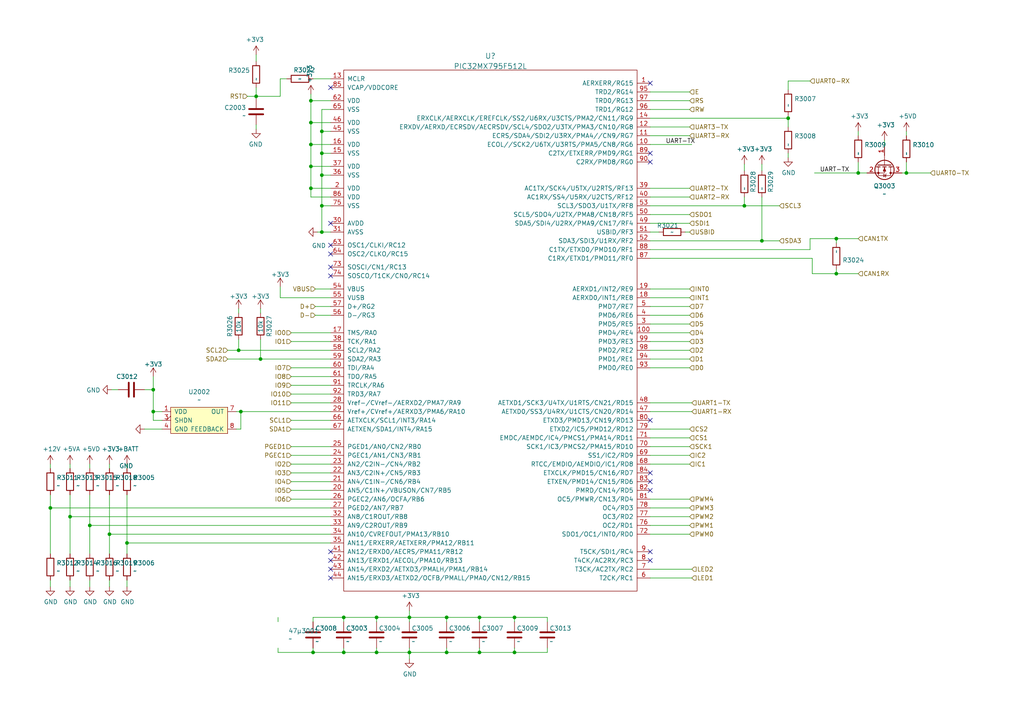
<source format=kicad_sch>
(kicad_sch (version 20211123) (generator eeschema)
  (paper "A4")
  (lib_symbols
    (symbol "CEN-SCHEMA:PIC32MX795F512L" (pin_names (offset 1.016))
      (property "Reference" "U" (at 6.35 6.35 0))
      (property "Value" "PIC32MX795F512L" (at 62.23 6.35 0))
      (symbol "PIC32MX795F512L_0_1"
        (rectangle (start 3.81 3.81) (end 88.9 -147.32))
      )
      (symbol "PIC32MX795F512L_1_1"
        (pin input line (at 92.71 0 180) (length 3.81) (name "AERXERR/RG15") (number "1"))
        (pin input line (at 92.71 -17.78 180) (length 3.81) (name "ECOL//SCK2/U6TX/U3RTS/PMA5/CN8/RG6") (number "10"))
        (pin input line (at 92.71 -72.39 180) (length 3.81) (name "PMD4/RE4") (number "100"))
        (pin input line (at 92.71 -15.24 180) (length 3.81) (name "ECRS/SDA4/SDI2/U3RX/PMA4//CN9/RG7") (number "11"))
        (pin input line (at 92.71 -12.7 180) (length 3.81) (name "ERXDV/AERXD/ECRSDV/AECRSDV/SCL4/SDO2/U3TX/PMA3/CN10/RG8") (number "12"))
        (pin input line (at 0 1.27 0) (length 3.81) (name "MCLR") (number "13"))
        (pin input line (at 92.71 -10.16 180) (length 3.81) (name "ERXCLK/AERXCLK/EREFCLK/SS2/U6RX/U3CTS/PMA2/CN11/RG9") (number "14"))
        (pin input line (at 0 -20.32 0) (length 3.81) (name "VSS") (number "15"))
        (pin input line (at 0 -17.78 0) (length 3.81) (name "VDD") (number "16"))
        (pin input line (at 0 -72.39 0) (length 3.81) (name "TMS/RA0") (number "17"))
        (pin input line (at 92.71 -62.23 180) (length 3.81) (name "AERXD0/INT1/RE8") (number "18"))
        (pin input line (at 92.71 -59.69 180) (length 3.81) (name "AERXD1/INT2/RE9") (number "19"))
        (pin input line (at 0 -30.48 0) (length 3.81) (name "VDD") (number "2"))
        (pin input line (at 0 -118.11 0) (length 3.81) (name "AN5/C1IN+/VBUSON/CN7/RB5") (number "20"))
        (pin input line (at 0 -115.57 0) (length 3.81) (name "AN4/C1IN-/CN6/RB4") (number "21"))
        (pin input line (at 0 -113.03 0) (length 3.81) (name "AN3/C2IN+/CN5/RB3") (number "22"))
        (pin input line (at 0 -110.49 0) (length 3.81) (name "AN2/C2IN-/CN4/RB2") (number "23"))
        (pin input line (at 0 -107.95 0) (length 3.81) (name "PGEC1/AN1/CN3/RB1") (number "24"))
        (pin input line (at 0 -105.41 0) (length 3.81) (name "PGED1/AN0/CN2/RB0") (number "25"))
        (pin input line (at 0 -120.65 0) (length 3.81) (name "PGEC2/AN6/OCFA/RB6") (number "26"))
        (pin input line (at 0 -123.19 0) (length 3.81) (name "PGED2/AN7/RB7") (number "27"))
        (pin input line (at 0 -92.71 0) (length 3.81) (name "Vref-/CVref-/AERXD2/PMA7/RA9") (number "28"))
        (pin input line (at 0 -95.25 0) (length 3.81) (name "Vref+/CVref+/AERXD3/PMA6/RA10") (number "29"))
        (pin input line (at 92.71 -69.85 180) (length 3.81) (name "PMD5/RE5") (number "3"))
        (pin input line (at 0 -40.64 0) (length 3.81) (name "AVDD") (number "30"))
        (pin input line (at 0 -43.18 0) (length 3.81) (name "AVSS") (number "31"))
        (pin input line (at 0 -125.73 0) (length 3.81) (name "AN8/C1ROUT/RB8") (number "32"))
        (pin input line (at 0 -128.27 0) (length 3.81) (name "AN9/C2ROUT/RB9") (number "33"))
        (pin input line (at 0 -130.81 0) (length 3.81) (name "AN10/CVREFOUT/PMA13/RB10") (number "34"))
        (pin input line (at 0 -133.35 0) (length 3.81) (name "AN11/ERXERR/AETXERR/PMA12/RB11") (number "35"))
        (pin input line (at 0 -26.67 0) (length 3.81) (name "VSS") (number "36"))
        (pin input line (at 0 -24.13 0) (length 3.81) (name "VDD") (number "37"))
        (pin input line (at 0 -74.93 0) (length 3.81) (name "TCK/RA1") (number "38"))
        (pin input line (at 92.71 -30.48 180) (length 3.81) (name "AC1TX/SCK4/U5TX/U2RTS/RF13") (number "39"))
        (pin input line (at 92.71 -67.31 180) (length 3.81) (name "PMD6/RE6") (number "4"))
        (pin input line (at 92.71 -33.02 180) (length 3.81) (name "AC1RX/SS4/U5RX/U2CTS/RF12") (number "40"))
        (pin input line (at 0 -135.89 0) (length 3.81) (name "AN12/ERXD0/AECRS/PMA11/RB12") (number "41"))
        (pin input line (at 0 -138.43 0) (length 3.81) (name "AN13/ERXD1/AECOL/PMA10/RB13") (number "42"))
        (pin input line (at 0 -140.97 0) (length 3.81) (name "AN14/ERXD2/AETXD3/PMALH/PMA1/RB14") (number "43"))
        (pin input line (at 0 -143.51 0) (length 3.81) (name "AN15/ERXD3/AETXD2/OCFB/PMALL/PMA0/CN12/RB15") (number "44"))
        (pin input line (at 0 -13.97 0) (length 3.81) (name "VSS") (number "45"))
        (pin input line (at 0 -11.43 0) (length 3.81) (name "VDD") (number "46"))
        (pin input line (at 92.71 -95.25 180) (length 3.81) (name "AETXD0/SS3/U4RX/U1CTS/CN20/RD14") (number "47"))
        (pin input line (at 92.71 -92.71 180) (length 3.81) (name "AETXD1/SCK3/U4TX/U1RTS/CN21/RD15") (number "48"))
        (pin input line (at 92.71 -40.64 180) (length 3.81) (name "SDA5/SDI4/U2RX/PMA9/CN17/RF4") (number "49"))
        (pin input line (at 92.71 -64.77 180) (length 3.81) (name "PMD7/RE7") (number "5"))
        (pin input line (at 92.71 -38.1 180) (length 3.81) (name "SCL5/SDO4/U2TX/PMA8/CN18/RF5") (number "50"))
        (pin input line (at 92.71 -43.18 180) (length 3.81) (name "USBID/RF3") (number "51"))
        (pin input line (at 92.71 -45.72 180) (length 3.81) (name "SDA3/SDI3/U1RX/RF2") (number "52"))
        (pin input line (at 92.71 -35.56 180) (length 3.81) (name "SCL3/SDO3/U1TX/RF8") (number "53"))
        (pin input line (at 0 -59.69 0) (length 3.81) (name "VBUS") (number "54"))
        (pin input line (at 0 -62.23 0) (length 3.81) (name "VUSB") (number "55"))
        (pin input line (at 0 -67.31 0) (length 3.81) (name "D-/RG3") (number "56"))
        (pin input line (at 0 -64.77 0) (length 3.81) (name "D+/RG2") (number "57"))
        (pin input line (at 0 -77.47 0) (length 3.81) (name "SCL2/RA2") (number "58"))
        (pin input line (at 0 -80.01 0) (length 3.81) (name "SDA2/RA3") (number "59"))
        (pin input line (at 92.71 -143.51 180) (length 3.81) (name "T2CK/RC1") (number "6"))
        (pin input line (at 0 -82.55 0) (length 3.81) (name "TDI/RA4") (number "60"))
        (pin input line (at 0 -85.09 0) (length 3.81) (name "TDO/RA5") (number "61"))
        (pin input line (at 0 -5.08 0) (length 3.81) (name "VDD") (number "62"))
        (pin input line (at 0 -46.99 0) (length 3.81) (name "OSC1/CLKI/RC12") (number "63"))
        (pin input line (at 0 -49.53 0) (length 3.81) (name "OSC2/CLKO/RC15") (number "64"))
        (pin input line (at 0 -7.62 0) (length 3.81) (name "VSS") (number "65"))
        (pin input line (at 0 -97.79 0) (length 3.81) (name "AETXCLK/SCL1/INT3/RA14") (number "66"))
        (pin input line (at 0 -100.33 0) (length 3.81) (name "AETXEN/SDA1/INT4/RA15") (number "67"))
        (pin input line (at 92.71 -110.49 180) (length 3.81) (name "RTCC/EMDIO/AEMDIO/IC1/RD8") (number "68"))
        (pin input line (at 92.71 -107.95 180) (length 3.81) (name "SS1/IC2/RD9") (number "69"))
        (pin input line (at 92.71 -140.97 180) (length 3.81) (name "T3CK/AC2TX/RC2") (number "7"))
        (pin input line (at 92.71 -105.41 180) (length 3.81) (name "SCK1/IC3/PMCS2/PMA15/RD10") (number "70"))
        (pin input line (at 92.71 -102.87 180) (length 3.81) (name "EMDC/AEMDC/IC4/PMCS1/PMA14/RD11") (number "71"))
        (pin input line (at 92.71 -130.81 180) (length 3.81) (name "SDO1/OC1/INT0/RD0") (number "72"))
        (pin input line (at 0 -53.34 0) (length 3.81) (name "SOSCI/CN1/RC13") (number "73"))
        (pin input line (at 0 -55.88 0) (length 3.81) (name "SOSCO/T1CK/CN0/RC14") (number "74"))
        (pin input line (at 0 -35.56 0) (length 3.81) (name "VSS") (number "75"))
        (pin input line (at 92.71 -128.27 180) (length 3.81) (name "OC2/RD1") (number "76"))
        (pin input line (at 92.71 -125.73 180) (length 3.81) (name "OC3/RD2") (number "77"))
        (pin input line (at 92.71 -123.19 180) (length 3.81) (name "OC4/RD3") (number "78"))
        (pin input line (at 92.71 -100.33 180) (length 3.81) (name "ETXD2/IC5/PMD12/RD12") (number "79"))
        (pin input line (at 92.71 -138.43 180) (length 3.81) (name "T4CK/AC2RX/RC3") (number "8"))
        (pin input line (at 92.71 -97.79 180) (length 3.81) (name "ETXD3/PMD13/CN19/RD13") (number "80"))
        (pin input line (at 92.71 -120.65 180) (length 3.81) (name "OC5/PMWR/CN13/RD4") (number "81"))
        (pin input line (at 92.71 -118.11 180) (length 3.81) (name "PMRD/CN14/RD5") (number "82"))
        (pin input line (at 92.71 -115.57 180) (length 3.81) (name "ETXEN/PMD14/CN15/RD6") (number "83"))
        (pin input line (at 92.71 -113.03 180) (length 3.81) (name "ETXCLK/PMD15/CN16/RD7") (number "84"))
        (pin input line (at 0 -1.27 0) (length 3.81) (name "VCAP/VDDCORE") (number "85"))
        (pin input line (at 0 -33.02 0) (length 3.81) (name "VDD") (number "86"))
        (pin input line (at 92.71 -50.8 180) (length 3.81) (name "C1RX/ETXD1/PMD11/RF0") (number "87"))
        (pin input line (at 92.71 -48.26 180) (length 3.81) (name "C1TX/ETXD0/PMD10/RF1") (number "88"))
        (pin input line (at 92.71 -20.32 180) (length 3.81) (name "C2TX/ETXERR/PMD9/RG1") (number "89"))
        (pin input line (at 92.71 -135.89 180) (length 3.81) (name "T5CK/SDI1/RC4") (number "9"))
        (pin input line (at 92.71 -22.86 180) (length 3.81) (name "C2RX/PMD8/RG0") (number "90"))
        (pin input line (at 0 -87.63 0) (length 3.81) (name "TRCLK/RA6") (number "91"))
        (pin input line (at 0 -90.17 0) (length 3.81) (name "TRD3/RA7") (number "92"))
        (pin input line (at 92.71 -82.55 180) (length 3.81) (name "PMD0/RE0") (number "93"))
        (pin input line (at 92.71 -80.01 180) (length 3.81) (name "PMD1/RE1") (number "94"))
        (pin input line (at 92.71 -2.54 180) (length 3.81) (name "TRD2/RG14") (number "95"))
        (pin input line (at 92.71 -7.62 180) (length 3.81) (name "TRD1/RG12") (number "96"))
        (pin input line (at 92.71 -5.08 180) (length 3.81) (name "TRD0/RG13") (number "97"))
        (pin input line (at 92.71 -77.47 180) (length 3.81) (name "PMD2/RE2") (number "98"))
        (pin input line (at 92.71 -74.93 180) (length 3.81) (name "PMD3/RE3") (number "99"))
      )
    )
    (symbol "Device:C" (pin_numbers hide) (pin_names (offset 0.254))
      (property "Reference" "C" (at 0.635 2.54 0))
      (property "Value" "C" (at 0.635 -2.54 0))
      (symbol "C_0_1"
        (polyline (pts (xy -2.032 -0.762) (xy 2.032 -0.762)) (stroke (width 0.508)))
        (polyline (pts (xy -2.032 0.762) (xy 2.032 0.762)) (stroke (width 0.508)))
      )
      (symbol "C_1_1"
        (pin passive line (at 0 3.81 270) (length 2.794) (name "~") (number "1"))
        (pin passive line (at 0 -3.81 90) (length 2.794) (name "~") (number "2"))
      )
    )
    (symbol "Device:R" (pin_numbers hide) (pin_names (offset 0))
      (property "Reference" "R" (at 2.032 0 90))
      (property "Value" "R" (at 0 0 90))
      (symbol "R_0_1"
        (rectangle (start -1.016 -2.54) (end 1.016 2.54) (stroke (width 0.254)))
      )
      (symbol "R_1_1"
        (pin passive line (at 0 3.81 270) (length 1.27) (name "~") (number "1"))
        (pin passive line (at 0 -3.81 90) (length 1.27) (name "~") (number "2"))
      )
    )
    (symbol "PIC32MZ_EF_100-rescue:MCP1501-CEN-SCHEMA" (pin_names (offset 1.016))
      (property "Reference" "U" (at -6.35 6.35 0))
      (property "Value" "MCP1501-CEN-SCHEMA" (at -6.35 6.35 0))
      (symbol "MCP1501-CEN-SCHEMA_0_1"
        (rectangle (start -8.89 3.81) (end 7.62 -3.81) (fill (type background)))
      )
      (symbol "MCP1501-CEN-SCHEMA_1_1"
        (pin input line (at -11.43 2.54 0) (length 2.54) (name "VDD") (number "1"))
        (pin input output_low (at -11.43 0 0) (length 2.54) (name "SHDN") (number "3"))
        (pin input line (at -11.43 -2.54 0) (length 2.54) (name "GND") (number "4"))
        (pin input line (at -11.43 -2.54 0) (length 2.54) hide (name "GND") (number "5"))
        (pin input line (at -11.43 -2.54 0) (length 2.54) hide (name "GND") (number "6"))
        (pin input line (at 10.16 2.54 180) (length 2.54) (name "OUT") (number "7"))
        (pin input line (at 10.16 -2.54 180) (length 2.54) (name "FEEDBACK") (number "8"))
      )
    )
    (symbol "Transistor_FET:2N7002" (pin_names hide)
      (property "Reference" "Q" (at 5.08 1.905 0))
      (property "Value" "2N7002" (at 5.08 0 0))
      (symbol "2N7002_0_1"
        (polyline (pts (xy 0.254 0) (xy -2.54 0)))
        (polyline (pts (xy 0.254 1.905) (xy 0.254 -1.905)) (stroke (width 0.254)))
        (polyline (pts (xy 0.762 -1.27) (xy 0.762 -2.286)) (stroke (width 0.254)))
        (polyline (pts (xy 0.762 0.508) (xy 0.762 -0.508)) (stroke (width 0.254)))
        (polyline (pts (xy 0.762 2.286) (xy 0.762 1.27)) (stroke (width 0.254)))
        (polyline (pts (xy 2.54 2.54) (xy 2.54 1.778)))
        (polyline (pts (xy 2.54 -2.54) (xy 2.54 0) (xy 0.762 0)))
        (polyline (pts (xy 0.762 -1.778) (xy 3.302 -1.778) (xy 3.302 1.778) (xy 0.762 1.778)))
        (polyline (pts (xy 1.016 0) (xy 2.032 0.381) (xy 2.032 -0.381) (xy 1.016 0)) (fill (type outline)))
        (polyline (pts (xy 2.794 0.508) (xy 2.921 0.381) (xy 3.683 0.381) (xy 3.81 0.254)))
        (polyline (pts (xy 3.302 0.381) (xy 2.921 -0.254) (xy 3.683 -0.254) (xy 3.302 0.381)))
        (circle (center 1.651 0) (radius 2.794) (stroke (width 0.254)))
        (circle (center 2.54 -1.778) (radius 0.254) (fill (type outline)))
        (circle (center 2.54 1.778) (radius 0.254) (fill (type outline)))
      )
      (symbol "2N7002_1_1"
        (pin input line (at -5.08 0 0) (length 2.54) (name "G") (number "1"))
        (pin passive line (at 2.54 -5.08 90) (length 2.54) (name "S") (number "2"))
        (pin passive line (at 2.54 5.08 270) (length 2.54) (name "D") (number "3"))
      )
    )
    (symbol "power:+12V" (power) (pin_names (offset 0))
      (property "Value" "+12V" (at 0 3.556 0))
      (symbol "+12V_0_1"
        (polyline (pts (xy -0.762 1.27) (xy 0 2.54)))
        (polyline (pts (xy 0 0) (xy 0 2.54)))
        (polyline (pts (xy 0 2.54) (xy 0.762 1.27)))
      )
      (symbol "+12V_1_1"
        (pin power_in line (at 0 0 90) (length 0) hide (name "+12V") (number "1"))
      )
    )
    (symbol "power:+3.3V" (power) (pin_names (offset 0))
      (property "Value" "+3.3V" (at 0 3.556 0))
      (symbol "+3.3V_0_1"
        (polyline (pts (xy -0.762 1.27) (xy 0 2.54)))
        (polyline (pts (xy 0 0) (xy 0 2.54)))
        (polyline (pts (xy 0 2.54) (xy 0.762 1.27)))
      )
      (symbol "+3.3V_1_1"
        (pin power_in line (at 0 0 90) (length 0) hide (name "+3V3") (number "1"))
      )
    )
    (symbol "power:+5VA" (power) (pin_names (offset 0))
      (property "Value" "+5VA" (at 0 3.556 0))
      (symbol "+5VA_0_1"
        (polyline (pts (xy -0.762 1.27) (xy 0 2.54)))
        (polyline (pts (xy 0 0) (xy 0 2.54)))
        (polyline (pts (xy 0 2.54) (xy 0.762 1.27)))
      )
      (symbol "+5VA_1_1"
        (pin power_in line (at 0 0 90) (length 0) hide (name "+5VA") (number "1"))
      )
    )
    (symbol "power:+5VD" (power) (pin_names (offset 0))
      (property "Value" "+5VD" (at 0 3.556 0))
      (symbol "+5VD_0_1"
        (polyline (pts (xy -0.762 1.27) (xy 0 2.54)))
        (polyline (pts (xy 0 0) (xy 0 2.54)))
        (polyline (pts (xy 0 2.54) (xy 0.762 1.27)))
      )
      (symbol "+5VD_1_1"
        (pin power_in line (at 0 0 90) (length 0) hide (name "+5VD") (number "1"))
      )
    )
    (symbol "power:+BATT" (power) (pin_names (offset 0))
      (property "Value" "+BATT" (at 0 3.556 0))
      (symbol "+BATT_0_1"
        (polyline (pts (xy -0.762 1.27) (xy 0 2.54)))
        (polyline (pts (xy 0 0) (xy 0 2.54)))
        (polyline (pts (xy 0 2.54) (xy 0.762 1.27)))
      )
      (symbol "+BATT_1_1"
        (pin power_in line (at 0 0 90) (length 0) hide (name "+BATT") (number "1"))
      )
    )
    (symbol "power:GND" (power) (pin_names (offset 0))
      (property "Value" "GND" (at 0 -3.81 0))
      (symbol "GND_0_1"
        (polyline (pts (xy 0 0) (xy 0 -1.27) (xy 1.27 -1.27) (xy 0 -2.54) (xy -1.27 -1.27) (xy 0 -1.27)))
      )
      (symbol "GND_1_1"
        (pin power_in line (at 0 0 270) (length 0) hide (name "GND") (number "1"))
      )
    )
  )
  (junction (at 44.45 113.03))
  (junction (at 242.57 69.215))
  (junction (at 242.57 79.375))
  (junction (at 99.695 189.23))
  (junction (at 44.45 119.38))
  (junction (at 215.9 59.69))
  (junction (at 90.17 48.26))
  (junction (at 93.345 44.45))
  (junction (at 20.32 149.86))
  (junction (at 75.565 104.14))
  (junction (at 93.345 38.1))
  (junction (at 139.065 189.23))
  (junction (at 109.22 189.23))
  (junction (at 129.54 189.23))
  (junction (at 99.695 179.07))
  (junction (at 90.17 54.61))
  (junction (at 14.605 147.32))
  (junction (at 90.17 29.21))
  (junction (at 74.295 27.94))
  (junction (at 220.98 69.85))
  (junction (at 129.54 179.07))
  (junction (at 93.345 50.8))
  (junction (at 90.17 41.91))
  (junction (at 31.75 154.94))
  (junction (at 118.745 179.07))
  (junction (at 149.225 189.23))
  (junction (at 93.345 59.69))
  (junction (at 228.6 34.29))
  (junction (at 36.83 157.48))
  (junction (at 109.22 179.07))
  (junction (at 248.92 50.165))
  (junction (at 69.85 119.38))
  (junction (at 90.17 35.56))
  (junction (at 262.89 50.165))
  (junction (at 69.215 101.6))
  (junction (at 90.805 189.23))
  (junction (at 118.745 189.23))
  (junction (at 26.035 152.4))
  (junction (at 139.065 179.07))
  (junction (at 149.225 179.07))
  (junction (at 93.345 67.31))
  (no_connect (at 188.595 121.92))
  (no_connect (at 188.595 44.45))
  (no_connect (at 188.595 46.99))
  (no_connect (at 188.595 24.13))
  (no_connect (at 95.885 167.64))
  (no_connect (at 95.885 160.02))
  (no_connect (at 95.885 165.1))
  (no_connect (at 95.885 162.56))
  (no_connect (at 188.595 162.56))
  (no_connect (at 188.595 160.02))
  (no_connect (at 188.595 142.24))
  (no_connect (at 188.595 139.7))
  (no_connect (at 188.595 137.16))
  (no_connect (at 95.885 25.4))
  (no_connect (at 95.885 77.47))
  (no_connect (at 95.885 73.66))
  (no_connect (at 95.885 80.01))
  (no_connect (at 95.885 64.77))
  (no_connect (at 95.885 71.12))
  (wire (pts (xy 248.92 38.1) (xy 248.92 39.37)))
  (wire (pts (xy 228.6 44.45) (xy 228.6 45.72)))
  (wire (pts (xy 95.885 114.3) (xy 84.455 114.3)))
  (wire (pts (xy 81.28 22.86) (xy 83.185 22.86)))
  (wire (pts (xy 188.595 119.38) (xy 200.66 119.38)))
  (wire (pts (xy 95.885 88.9) (xy 91.44 88.9)))
  (wire (pts (xy 95.885 144.78) (xy 84.455 144.78)))
  (wire (pts (xy 95.885 137.16) (xy 84.455 137.16)))
  (wire (pts (xy 118.745 189.23) (xy 118.745 191.135)))
  (wire (pts (xy 200.025 147.32) (xy 188.595 147.32)))
  (wire (pts (xy 200.025 39.37) (xy 188.595 39.37)))
  (wire (pts (xy 234.95 69.215) (xy 242.57 69.215)))
  (wire (pts (xy 36.83 168.275) (xy 36.83 170.18)))
  (wire (pts (xy 188.595 132.08) (xy 200.025 132.08)))
  (wire (pts (xy 84.455 96.52) (xy 95.885 96.52)))
  (wire (pts (xy 158.75 179.07) (xy 158.75 180.34)))
  (wire (pts (xy 215.9 59.69) (xy 215.9 57.15)))
  (wire (pts (xy 149.225 179.07) (xy 158.75 179.07)))
  (wire (pts (xy 46.99 124.46) (xy 41.91 124.46)))
  (wire (pts (xy 200.025 101.6) (xy 188.595 101.6)))
  (wire (pts (xy 99.695 180.34) (xy 99.695 179.07)))
  (wire (pts (xy 69.85 119.38) (xy 69.85 124.46)))
  (wire (pts (xy 200.025 134.62) (xy 188.595 134.62)))
  (wire (pts (xy 26.035 168.275) (xy 26.035 170.18)))
  (wire (pts (xy 262.89 38.1) (xy 262.89 39.37)))
  (wire (pts (xy 188.595 72.39) (xy 234.95 72.39)))
  (wire (pts (xy 69.215 89.535) (xy 69.215 90.805)))
  (wire (pts (xy 139.065 179.07) (xy 139.065 180.34)))
  (wire (pts (xy 81.28 27.94) (xy 81.28 22.86)))
  (wire (pts (xy 95.885 48.26) (xy 90.17 48.26)))
  (wire (pts (xy 95.885 35.56) (xy 90.17 35.56)))
  (wire (pts (xy 242.57 70.485) (xy 242.57 69.215)))
  (wire (pts (xy 93.345 67.31) (xy 95.885 67.31)))
  (wire (pts (xy 93.345 44.45) (xy 93.345 50.8)))
  (wire (pts (xy 31.75 154.94) (xy 95.885 154.94)))
  (wire (pts (xy 188.595 93.98) (xy 200.025 93.98)))
  (wire (pts (xy 215.9 49.53) (xy 215.9 47.625)))
  (wire (pts (xy 200.025 96.52) (xy 188.595 96.52)))
  (wire (pts (xy 66.04 101.6) (xy 69.215 101.6)))
  (wire (pts (xy 74.295 27.94) (xy 74.295 28.575)))
  (wire (pts (xy 188.595 104.14) (xy 200.025 104.14)))
  (wire (pts (xy 220.98 69.85) (xy 220.98 57.15)))
  (wire (pts (xy 200.025 129.54) (xy 188.595 129.54)))
  (wire (pts (xy 81.28 83.185) (xy 81.28 86.36)))
  (wire (pts (xy 109.22 189.23) (xy 99.695 189.23)))
  (wire (pts (xy 129.54 187.96) (xy 129.54 189.23)))
  (wire (pts (xy 256.54 40.64) (xy 256.54 42.545)))
  (wire (pts (xy 188.595 74.93) (xy 235.585 74.93)))
  (wire (pts (xy 118.745 180.34) (xy 118.745 179.07)))
  (wire (pts (xy 90.805 189.23) (xy 80.645 189.23)))
  (wire (pts (xy 139.065 179.07) (xy 149.225 179.07)))
  (wire (pts (xy 95.885 54.61) (xy 90.17 54.61)))
  (wire (pts (xy 44.45 119.38) (xy 44.45 121.92)))
  (wire (pts (xy 95.885 129.54) (xy 84.455 129.54)))
  (wire (pts (xy 200.025 127) (xy 188.595 127)))
  (wire (pts (xy 93.345 50.8) (xy 93.345 59.69)))
  (wire (pts (xy 99.695 189.23) (xy 90.805 189.23)))
  (wire (pts (xy 95.885 50.8) (xy 93.345 50.8)))
  (wire (pts (xy 95.885 86.36) (xy 81.28 86.36)))
  (wire (pts (xy 74.295 25.4) (xy 74.295 27.94)))
  (wire (pts (xy 200.025 91.44) (xy 188.595 91.44)))
  (wire (pts (xy 20.32 168.275) (xy 20.32 170.18)))
  (wire (pts (xy 188.595 59.69) (xy 215.9 59.69)))
  (wire (pts (xy 93.345 59.69) (xy 93.345 67.31)))
  (wire (pts (xy 149.225 179.07) (xy 149.225 180.34)))
  (wire (pts (xy 262.89 50.165) (xy 262.89 46.99)))
  (wire (pts (xy 129.54 179.07) (xy 139.065 179.07)))
  (wire (pts (xy 118.745 187.96) (xy 118.745 189.23)))
  (wire (pts (xy 200.025 149.86) (xy 188.595 149.86)))
  (wire (pts (xy 20.32 135.89) (xy 20.32 134.62)))
  (wire (pts (xy 188.595 69.85) (xy 220.98 69.85)))
  (wire (pts (xy 93.345 31.75) (xy 95.885 31.75)))
  (wire (pts (xy 20.32 143.51) (xy 20.32 149.86)))
  (wire (pts (xy 188.595 116.84) (xy 200.66 116.84)))
  (wire (pts (xy 36.83 135.89) (xy 36.83 134.62)))
  (wire (pts (xy 139.065 187.96) (xy 139.065 189.23)))
  (wire (pts (xy 109.22 179.07) (xy 118.745 179.07)))
  (wire (pts (xy 262.89 50.165) (xy 269.875 50.165)))
  (wire (pts (xy 220.98 69.85) (xy 226.06 69.85)))
  (wire (pts (xy 75.565 89.535) (xy 75.565 90.805)))
  (wire (pts (xy 84.455 111.76) (xy 95.885 111.76)))
  (wire (pts (xy 31.75 154.94) (xy 31.75 160.655)))
  (wire (pts (xy 36.83 157.48) (xy 95.885 157.48)))
  (wire (pts (xy 95.885 22.86) (xy 90.805 22.86)))
  (wire (pts (xy 90.805 189.23) (xy 90.805 187.96)))
  (wire (pts (xy 90.17 48.26) (xy 90.17 54.61)))
  (wire (pts (xy 84.455 134.62) (xy 95.885 134.62)))
  (wire (pts (xy 74.295 27.94) (xy 71.755 27.94)))
  (wire (pts (xy 34.29 113.03) (xy 32.385 113.03)))
  (wire (pts (xy 90.17 29.21) (xy 90.17 35.56)))
  (wire (pts (xy 90.17 29.21) (xy 90.17 27.305)))
  (wire (pts (xy 75.565 104.14) (xy 95.885 104.14)))
  (wire (pts (xy 90.17 35.56) (xy 90.17 41.91)))
  (wire (pts (xy 188.595 36.83) (xy 200.025 36.83)))
  (wire (pts (xy 200.025 62.23) (xy 188.595 62.23)))
  (wire (pts (xy 95.885 124.46) (xy 84.455 124.46)))
  (wire (pts (xy 228.6 34.29) (xy 228.6 33.655)))
  (wire (pts (xy 188.595 83.82) (xy 200.025 83.82)))
  (wire (pts (xy 26.035 152.4) (xy 26.035 160.655)))
  (wire (pts (xy 200.66 165.1) (xy 188.595 165.1)))
  (wire (pts (xy 68.58 119.38) (xy 69.85 119.38)))
  (wire (pts (xy 188.595 26.67) (xy 200.025 26.67)))
  (wire (pts (xy 220.98 49.53) (xy 220.98 47.625)))
  (wire (pts (xy 234.95 23.495) (xy 228.6 23.495)))
  (wire (pts (xy 84.455 139.7) (xy 95.885 139.7)))
  (wire (pts (xy 242.57 79.375) (xy 248.92 79.375)))
  (wire (pts (xy 188.595 67.31) (xy 191.135 67.31)))
  (wire (pts (xy 41.91 113.03) (xy 44.45 113.03)))
  (wire (pts (xy 92.075 67.31) (xy 93.345 67.31)))
  (wire (pts (xy 84.455 121.92) (xy 95.885 121.92)))
  (wire (pts (xy 46.99 119.38) (xy 44.45 119.38)))
  (wire (pts (xy 84.455 132.08) (xy 95.885 132.08)))
  (wire (pts (xy 26.035 152.4) (xy 95.885 152.4)))
  (wire (pts (xy 74.295 27.94) (xy 81.28 27.94)))
  (wire (pts (xy 158.75 189.23) (xy 158.75 187.96)))
  (wire (pts (xy 139.065 189.23) (xy 149.225 189.23)))
  (wire (pts (xy 109.22 187.96) (xy 109.22 189.23)))
  (wire (pts (xy 149.225 189.23) (xy 149.225 187.96)))
  (wire (pts (xy 200.025 31.75) (xy 188.595 31.75)))
  (wire (pts (xy 200.025 29.21) (xy 188.595 29.21)))
  (wire (pts (xy 95.885 119.38) (xy 69.85 119.38)))
  (wire (pts (xy 200.66 41.91) (xy 188.595 41.91)))
  (wire (pts (xy 228.6 36.83) (xy 228.6 34.29)))
  (wire (pts (xy 188.595 88.9) (xy 200.025 88.9)))
  (wire (pts (xy 188.595 34.29) (xy 228.6 34.29)))
  (wire (pts (xy 31.75 143.51) (xy 31.75 154.94)))
  (wire (pts (xy 69.85 124.46) (xy 68.58 124.46)))
  (wire (pts (xy 200.025 154.94) (xy 188.595 154.94)))
  (wire (pts (xy 188.595 86.36) (xy 200.025 86.36)))
  (wire (pts (xy 235.585 74.93) (xy 235.585 79.375)))
  (wire (pts (xy 14.605 147.32) (xy 95.885 147.32)))
  (wire (pts (xy 95.885 41.91) (xy 90.17 41.91)))
  (wire (pts (xy 14.605 147.32) (xy 14.605 160.655)))
  (wire (pts (xy 118.745 179.07) (xy 129.54 179.07)))
  (wire (pts (xy 26.035 135.89) (xy 26.035 134.62)))
  (wire (pts (xy 36.83 143.51) (xy 36.83 157.48)))
  (wire (pts (xy 90.17 57.15) (xy 95.885 57.15)))
  (wire (pts (xy 200.025 106.68) (xy 188.595 106.68)))
  (wire (pts (xy 74.295 17.78) (xy 74.295 15.875)))
  (wire (pts (xy 118.745 179.07) (xy 118.745 177.165)))
  (wire (pts (xy 95.885 38.1) (xy 93.345 38.1)))
  (wire (pts (xy 84.455 116.84) (xy 95.885 116.84)))
  (wire (pts (xy 228.6 23.495) (xy 228.6 26.035)))
  (wire (pts (xy 129.54 189.23) (xy 118.745 189.23)))
  (wire (pts (xy 31.75 135.89) (xy 31.75 134.62)))
  (wire (pts (xy 198.755 67.31) (xy 200.025 67.31)))
  (wire (pts (xy 80.645 179.07) (xy 80.645 180.34)))
  (wire (pts (xy 80.645 189.23) (xy 80.645 187.96)))
  (wire (pts (xy 93.345 38.1) (xy 93.345 44.45)))
  (wire (pts (xy 20.32 149.86) (xy 20.32 160.655)))
  (wire (pts (xy 188.595 54.61) (xy 200.025 54.61)))
  (wire (pts (xy 188.595 64.77) (xy 200.025 64.77)))
  (wire (pts (xy 188.595 124.46) (xy 200.025 124.46)))
  (wire (pts (xy 93.345 44.45) (xy 95.885 44.45)))
  (wire (pts (xy 99.695 189.23) (xy 99.695 187.96)))
  (wire (pts (xy 14.605 135.89) (xy 14.605 134.62)))
  (wire (pts (xy 26.035 143.51) (xy 26.035 152.4)))
  (wire (pts (xy 242.57 69.215) (xy 248.92 69.215)))
  (wire (pts (xy 109.22 180.34) (xy 109.22 179.07)))
  (wire (pts (xy 44.45 109.22) (xy 44.45 113.03)))
  (wire (pts (xy 215.9 59.69) (xy 226.06 59.69)))
  (wire (pts (xy 90.805 179.07) (xy 90.805 180.34)))
  (wire (pts (xy 188.595 152.4) (xy 200.025 152.4)))
  (wire (pts (xy 14.605 143.51) (xy 14.605 147.32)))
  (wire (pts (xy 95.885 99.06) (xy 84.455 99.06)))
  (wire (pts (xy 44.45 113.03) (xy 44.45 119.38)))
  (wire (pts (xy 75.565 98.425) (xy 75.565 104.14)))
  (wire (pts (xy 69.215 98.425) (xy 69.215 101.6)))
  (wire (pts (xy 95.885 59.69) (xy 93.345 59.69)))
  (wire (pts (xy 90.17 29.21) (xy 95.885 29.21)))
  (wire (pts (xy 20.32 149.86) (xy 95.885 149.86)))
  (wire (pts (xy 31.75 168.275) (xy 31.75 170.18)))
  (wire (pts (xy 248.92 50.165) (xy 248.92 46.99)))
  (wire (pts (xy 149.225 189.23) (xy 158.75 189.23)))
  (wire (pts (xy 129.54 180.34) (xy 129.54 179.07)))
  (wire (pts (xy 251.46 50.165) (xy 248.92 50.165)))
  (wire (pts (xy 200.66 167.64) (xy 188.595 167.64)))
  (wire (pts (xy 69.215 101.6) (xy 95.885 101.6)))
  (wire (pts (xy 90.17 41.91) (xy 90.17 48.26)))
  (wire (pts (xy 95.885 91.44) (xy 91.44 91.44)))
  (wire (pts (xy 118.745 189.23) (xy 109.22 189.23)))
  (wire (pts (xy 74.295 36.195) (xy 74.295 37.465)))
  (wire (pts (xy 236.22 50.165) (xy 248.92 50.165)))
  (wire (pts (xy 261.62 50.165) (xy 262.89 50.165)))
  (wire (pts (xy 91.44 83.82) (xy 95.885 83.82)))
  (wire (pts (xy 93.345 31.75) (xy 93.345 38.1)))
  (wire (pts (xy 36.83 157.48) (xy 36.83 160.655)))
  (wire (pts (xy 66.04 104.14) (xy 75.565 104.14)))
  (wire (pts (xy 95.885 142.24) (xy 84.455 142.24)))
  (wire (pts (xy 99.695 179.07) (xy 90.805 179.07)))
  (wire (pts (xy 234.95 72.39) (xy 234.95 69.215)))
  (wire (pts (xy 84.455 106.68) (xy 95.885 106.68)))
  (wire (pts (xy 188.595 144.78) (xy 200.025 144.78)))
  (wire (pts (xy 242.57 78.105) (xy 242.57 79.375)))
  (wire (pts (xy 200.025 57.15) (xy 188.595 57.15)))
  (wire (pts (xy 235.585 79.375) (xy 242.57 79.375)))
  (wire (pts (xy 90.17 54.61) (xy 90.17 57.15)))
  (wire (pts (xy 99.695 179.07) (xy 109.22 179.07)))
  (wire (pts (xy 139.065 189.23) (xy 129.54 189.23)))
  (wire (pts (xy 188.595 99.06) (xy 200.025 99.06)))
  (wire (pts (xy 44.45 121.92) (xy 46.99 121.92)))
  (wire (pts (xy 14.605 168.275) (xy 14.605 170.18)))
  (wire (pts (xy 95.885 109.22) (xy 84.455 109.22)))
  (label "UART-TX" (at 193.04 41.91 0))
  (label "UART-TX" (at 246.38 50.165 180))
  (hierarchical_label "E" (shape input) (at 200.025 26.67 0))
  (hierarchical_label "IO3" (shape input) (at 84.455 137.16 180))
  (hierarchical_label "UART1-TX" (shape input) (at 200.66 116.84 0))
  (hierarchical_label "RS" (shape input) (at 200.025 29.21 0))
  (hierarchical_label "PWM1" (shape input) (at 200.025 152.4 0))
  (hierarchical_label "IO0" (shape input) (at 84.455 96.52 180))
  (hierarchical_label "D2" (shape input) (at 200.025 101.6 0))
  (hierarchical_label "IO7" (shape input) (at 84.455 106.68 180))
  (hierarchical_label "UART2-RX" (shape input) (at 200.025 57.15 0))
  (hierarchical_label "UART1-RX" (shape input) (at 200.66 119.38 0))
  (hierarchical_label "IO11" (shape input) (at 84.455 116.84 180))
  (hierarchical_label "D0" (shape input) (at 200.025 106.68 0))
  (hierarchical_label "D3" (shape input) (at 200.025 99.06 0))
  (hierarchical_label "IO10" (shape input) (at 84.455 114.3 180))
  (hierarchical_label "SCK1" (shape input) (at 200.025 129.54 0))
  (hierarchical_label "PWM2" (shape input) (at 200.025 149.86 0))
  (hierarchical_label "SDO1" (shape input) (at 200.025 62.23 0))
  (hierarchical_label "D6" (shape input) (at 200.025 91.44 0))
  (hierarchical_label "SCL1" (shape input) (at 84.455 121.92 180))
  (hierarchical_label "IO4" (shape input) (at 84.455 139.7 180))
  (hierarchical_label "SDA3" (shape input) (at 226.06 69.85 0))
  (hierarchical_label "USBID" (shape input) (at 200.025 67.31 0))
  (hierarchical_label "UART3-RX" (shape input) (at 200.025 39.37 0))
  (hierarchical_label "PGEC1" (shape input) (at 84.455 132.08 180))
  (hierarchical_label "IO1" (shape input) (at 84.455 99.06 180))
  (hierarchical_label "D7" (shape input) (at 200.025 88.9 0))
  (hierarchical_label "IC1" (shape input) (at 200.025 134.62 0))
  (hierarchical_label "D+" (shape input) (at 91.44 88.9 180))
  (hierarchical_label "IO2" (shape input) (at 84.455 134.62 180))
  (hierarchical_label "SCL3" (shape input) (at 226.06 59.69 0))
  (hierarchical_label "CAN1TX" (shape input) (at 248.92 69.215 0))
  (hierarchical_label "PGED1" (shape input) (at 84.455 129.54 180))
  (hierarchical_label "D1" (shape input) (at 200.025 104.14 0))
  (hierarchical_label "UART3-TX" (shape input) (at 200.025 36.83 0))
  (hierarchical_label "CAN1RX" (shape input) (at 248.92 79.375 0))
  (hierarchical_label "RST" (shape input) (at 71.755 27.94 180))
  (hierarchical_label "IO9" (shape input) (at 84.455 111.76 180))
  (hierarchical_label "PWM4" (shape input) (at 200.025 144.78 0))
  (hierarchical_label "SDA2" (shape input) (at 66.04 104.14 180))
  (hierarchical_label "VBUS" (shape input) (at 91.44 83.82 180))
  (hierarchical_label "UART0-TX" (shape input) (at 269.875 50.165 0))
  (hierarchical_label "CS2" (shape input) (at 200.025 124.46 0))
  (hierarchical_label "SDA1" (shape input) (at 84.455 124.46 180))
  (hierarchical_label "D-" (shape input) (at 91.44 91.44 180))
  (hierarchical_label "PWM3" (shape input) (at 200.025 147.32 0))
  (hierarchical_label "IO8" (shape input) (at 84.455 109.22 180))
  (hierarchical_label "UART0-RX" (shape input) (at 234.95 23.495 0))
  (hierarchical_label "LED1" (shape input) (at 200.66 167.64 0))
  (hierarchical_label "IO6" (shape input) (at 84.455 144.78 180))
  (hierarchical_label "IO5" (shape input) (at 84.455 142.24 180))
  (hierarchical_label "D5" (shape input) (at 200.025 93.98 0))
  (hierarchical_label "INT0" (shape input) (at 200.025 83.82 0))
  (hierarchical_label "D4" (shape input) (at 200.025 96.52 0))
  (hierarchical_label "PWM0" (shape input) (at 200.025 154.94 0))
  (hierarchical_label "INT1" (shape input) (at 200.025 86.36 0))
  (hierarchical_label "IC2" (shape input) (at 200.025 132.08 0))
  (hierarchical_label "SCL2" (shape input) (at 66.04 101.6 180))
  (hierarchical_label "RW" (shape input) (at 200.025 31.75 0))
  (hierarchical_label "UART2-TX" (shape input) (at 200.025 54.61 0))
  (hierarchical_label "SDI1" (shape input) (at 200.025 64.77 0))
  (hierarchical_label "LED2" (shape input) (at 200.66 165.1 0))
  (hierarchical_label "CS1" (shape input) (at 200.025 127 0))
  (symbol (lib_id "power:+3.3V") (at 90.17 27.305 0) (mirror y) (unit 1)
    (property "Reference" "#PWR0137" (effects hide))
    (property "Value" "~" (at 89.789 24.0538 90) (effects (justify left)))
  )
  (symbol (lib_id "PIC32MZ_EF_100-rescue:MCP1501-CEN-SCHEMA") (at 58.42 121.92 0) (unit 1)
    (property "Reference" "U2002" (at 57.785 113.665 0))
    (property "Value" "~" (at 57.785 115.9764 0))
  )
  (symbol (lib_id "power:GND") (at 41.91 124.46 270) (mirror x) (unit 1)
    (property "Reference" "#PWR0139" (effects hide))
    (property "Value" "~" (at 38.6588 135.128 90) (effects (justify right)))
  )
  (symbol (lib_id "Device:C") (at 74.295 32.385 0) (mirror y) (unit 1)
    (property "Reference" "C2003" (at 71.374 31.2166 0) (effects (justify left)))
    (property "Value" "~" (at 71.374 33.528 0) (effects (justify left)))
  )
  (symbol (lib_id "power:GND") (at 74.295 37.465 0) (mirror y) (unit 1)
    (property "Reference" "#PWR0135" (effects hide))
    (property "Value" "~" (at 74.168 41.8592 0))
  )
  (symbol (lib_id "power:+3.3V") (at 74.295 15.875 0) (mirror y) (unit 1)
    (property "Reference" "#PWR0136" (effects hide))
    (property "Value" "~" (at 73.914 11.4808 0))
  )
  (symbol (lib_id "Device:C") (at 109.22 184.15 0) (unit 1)
    (property "Reference" "C3004" (at 109.855 182.245 0) (effects (justify left)))
    (property "Value" "~" (at 109.855 186.055 0) (effects (justify left)))
  )
  (symbol (lib_id "Device:C") (at 118.745 184.15 0) (unit 1)
    (property "Reference" "C3005" (at 119.38 182.245 0) (effects (justify left)))
    (property "Value" "~" (at 119.38 186.055 0) (effects (justify left)))
  )
  (symbol (lib_id "Device:C") (at 129.54 184.15 0) (unit 1)
    (property "Reference" "C3006" (at 130.175 182.245 0) (effects (justify left)))
    (property "Value" "~" (at 130.175 186.055 0) (effects (justify left)))
  )
  (symbol (lib_id "Device:C") (at 139.065 184.15 0) (unit 1)
    (property "Reference" "C3007" (at 139.7 182.245 0) (effects (justify left)))
    (property "Value" "~" (at 139.7 186.055 0) (effects (justify left)))
  )
  (symbol (lib_id "Device:C") (at 99.695 184.15 0) (unit 1)
    (property "Reference" "C3003" (at 100.33 182.245 0) (effects (justify left)))
    (property "Value" "~" (at 100.33 186.055 0) (effects (justify left)))
  )
  (symbol (lib_id "Device:R") (at 228.6 29.845 0) (unit 1)
    (property "Reference" "R3007" (at 230.378 28.6766 0) (effects (justify left)))
    (property "Value" "~" (at 228.6 31.115 90) (effects (justify left)))
  )
  (symbol (lib_id "Device:R") (at 228.6 40.64 0) (unit 1)
    (property "Reference" "R3008" (at 230.378 39.4716 0) (effects (justify left)))
    (property "Value" "~" (at 228.6 42.545 90) (effects (justify left)))
  )
  (symbol (lib_id "Transistor_FET:2N7002") (at 256.54 47.625 270) (unit 1)
    (property "Reference" "Q3003" (at 256.54 53.9496 90))
    (property "Value" "~" (at 256.54 56.261 90))
    (property "Datasheet" "https://www.onsemi.com/pub/Collateral/NDS7002A-D.PDF" (effects hide))
  )
  (symbol (lib_id "power:+3.3V") (at 118.745 177.165 0) (unit 1)
    (property "Reference" "#PWR0168" (effects hide))
    (property "Value" "~" (at 119.126 172.7708 0))
  )
  (symbol (lib_id "power:GND") (at 118.745 191.135 0) (unit 1)
    (property "Reference" "#PWR0169" (effects hide))
    (property "Value" "~" (at 118.872 195.5292 0))
  )
  (symbol (lib_id "power:+3.3V") (at 248.92 38.1 0) (unit 1)
    (property "Reference" "#PWR0175" (effects hide))
    (property "Value" "~" (at 249.301 33.7058 0))
  )
  (symbol (lib_id "power:+3.3V") (at 256.54 40.64 0) (unit 1)
    (property "Reference" "#PWR0176" (effects hide))
    (property "Value" "~" (at 256.921 36.2458 0))
  )
  (symbol (lib_id "power:+5VD") (at 262.89 38.1 0) (unit 1)
    (property "Reference" "#PWR0177" (effects hide))
    (property "Value" "~" (at 263.271 33.7058 0))
  )
  (symbol (lib_id "Device:R") (at 262.89 43.18 0) (unit 1)
    (property "Reference" "R3010" (at 264.668 42.0116 0) (effects (justify left)))
    (property "Value" "~" (at 262.89 45.085 90) (effects (justify left)))
  )
  (symbol (lib_id "Device:R") (at 248.92 43.18 180) (unit 1)
    (property "Reference" "R3009" (at 250.698 42.0116 0) (effects (justify right)))
    (property "Value" "~" (at 248.92 45.085 90) (effects (justify right)))
  )
  (symbol (lib_id "power:GND") (at 228.6 45.72 0) (unit 1)
    (property "Reference" "#PWR0174" (effects hide))
    (property "Value" "~" (at 228.727 50.1142 0))
  )
  (symbol (lib_id "Device:C") (at 158.75 184.15 0) (unit 1)
    (property "Reference" "C3013" (at 159.385 182.245 0) (effects (justify left)))
    (property "Value" "~" (at 159.385 186.055 0) (effects (justify left)))
  )
  (symbol (lib_id "Device:C") (at 149.225 184.15 0) (unit 1)
    (property "Reference" "C3009" (at 149.86 182.245 0) (effects (justify left)))
    (property "Value" "~" (at 149.86 186.055 0) (effects (justify left)))
  )
  (symbol (lib_id "Device:C") (at 90.805 184.15 0) (unit 1)
    (property "Reference" "C3008" (at 91.44 182.245 0) (effects (justify left)))
    (property "Value" "~" (at 91.44 186.055 0) (effects (justify left)))
  )
  (symbol (lib_id "Device:R") (at 242.57 74.295 0) (mirror x) (unit 1)
    (property "Reference" "R3024" (at 244.348 75.4634 0) (effects (justify left)))
    (property "Value" "~" (at 242.57 72.39 90) (effects (justify left)))
  )
  (symbol (lib_id "PIC32MZ_EF_100-rescue:CP-Device") (at 80.645 184.15 0) (unit 1)
    (property "Reference" "47µ3001" (at 83.6422 182.9816 0) (effects (justify left)))
    (property "Value" "~" (at 83.6422 185.293 0) (effects (justify left)))
  )
  (symbol (lib_id "Device:R") (at 14.605 139.7 0) (unit 1)
    (property "Reference" "R3011" (at 16.383 138.5316 0) (effects (justify left)))
    (property "Value" "~" (at 16.383 140.843 0) (effects (justify left)))
  )
  (symbol (lib_id "power:GND") (at 14.605 170.18 0) (unit 1)
    (property "Reference" "#PWR0182" (effects hide))
    (property "Value" "~" (at 14.732 174.5742 0))
  )
  (symbol (lib_id "power:GND") (at 20.32 170.18 0) (unit 1)
    (property "Reference" "#PWR0183" (effects hide))
    (property "Value" "~" (at 20.447 174.5742 0))
  )
  (symbol (lib_id "power:GND") (at 26.035 170.18 0) (unit 1)
    (property "Reference" "#PWR0184" (effects hide))
    (property "Value" "~" (at 26.162 174.5742 0))
  )
  (symbol (lib_id "power:GND") (at 31.75 170.18 0) (unit 1)
    (property "Reference" "#PWR0185" (effects hide))
    (property "Value" "~" (at 31.877 174.5742 0))
  )
  (symbol (lib_id "power:+12V") (at 14.605 134.62 0) (unit 1)
    (property "Reference" "#PWR0186" (effects hide))
    (property "Value" "~" (at 14.986 130.2258 0))
  )
  (symbol (lib_id "power:+5VA") (at 20.32 134.62 0) (unit 1)
    (property "Reference" "#PWR0187" (effects hide))
    (property "Value" "~" (at 20.701 130.2258 0))
  )
  (symbol (lib_id "power:+5VD") (at 26.035 134.62 0) (unit 1)
    (property "Reference" "#PWR0188" (effects hide))
    (property "Value" "~" (at 26.416 130.2258 0))
  )
  (symbol (lib_id "power:+3.3V") (at 31.75 134.62 0) (unit 1)
    (property "Reference" "#PWR0189" (effects hide))
    (property "Value" "~" (at 32.131 130.2258 0))
  )
  (symbol (lib_id "Device:R") (at 36.83 139.7 0) (unit 1)
    (property "Reference" "R3005" (at 38.608 138.5316 0) (effects (justify left)))
    (property "Value" "~" (at 38.608 140.843 0) (effects (justify left)))
  )
  (symbol (lib_id "Device:R") (at 36.83 164.465 0) (unit 1)
    (property "Reference" "R3006" (at 38.608 163.2966 0) (effects (justify left)))
    (property "Value" "~" (at 38.608 165.608 0) (effects (justify left)))
  )
  (symbol (lib_id "power:GND") (at 36.83 170.18 0) (unit 1)
    (property "Reference" "#PWR0190" (effects hide))
    (property "Value" "~" (at 36.957 174.5742 0))
  )
  (symbol (lib_id "power:+BATT") (at 36.83 134.62 0) (unit 1)
    (property "Reference" "#PWR0191" (effects hide))
    (property "Value" "~" (at 37.211 130.2258 0))
  )
  (symbol (lib_id "Device:R") (at 194.945 67.31 270) (unit 1)
    (property "Reference" "R3021" (at 193.675 65.405 90))
    (property "Value" "~" (at 194.945 67.31 90))
  )
  (symbol (lib_id "Device:R") (at 86.995 22.86 90) (mirror x) (unit 1)
    (property "Reference" "R3022" (at 88.265 20.32 90))
    (property "Value" "~" (at 86.995 22.86 90))
  )
  (symbol (lib_id "Device:R") (at 74.295 21.59 0) (mirror y) (unit 1)
    (property "Reference" "R3025" (at 72.517 20.4216 0) (effects (justify left)))
    (property "Value" "~" (at 74.295 23.495 90) (effects (justify left)))
  )
  (symbol (lib_id "Device:R") (at 20.32 139.7 0) (unit 1)
    (property "Reference" "R3013" (at 22.098 138.5316 0) (effects (justify left)))
    (property "Value" "~" (at 22.098 140.843 0) (effects (justify left)))
  )
  (symbol (lib_id "Device:R") (at 26.035 139.7 0) (unit 1)
    (property "Reference" "R3015" (at 27.813 138.5316 0) (effects (justify left)))
    (property "Value" "~" (at 27.813 140.843 0) (effects (justify left)))
  )
  (symbol (lib_id "Device:R") (at 31.75 139.7 0) (unit 1)
    (property "Reference" "R3018" (at 33.528 138.5316 0) (effects (justify left)))
    (property "Value" "~" (at 33.528 140.843 0) (effects (justify left)))
  )
  (symbol (lib_id "Device:R") (at 14.605 164.465 0) (unit 1)
    (property "Reference" "R3012" (at 16.383 163.2966 0) (effects (justify left)))
    (property "Value" "~" (at 16.383 165.608 0) (effects (justify left)))
  )
  (symbol (lib_id "Device:R") (at 20.32 164.465 0) (unit 1)
    (property "Reference" "R3014" (at 22.098 163.2966 0) (effects (justify left)))
    (property "Value" "~" (at 22.098 165.608 0) (effects (justify left)))
  )
  (symbol (lib_id "Device:R") (at 26.035 164.465 0) (unit 1)
    (property "Reference" "R3016" (at 27.813 163.2966 0) (effects (justify left)))
    (property "Value" "~" (at 27.813 165.608 0) (effects (justify left)))
  )
  (symbol (lib_id "Device:R") (at 31.75 164.465 0) (unit 1)
    (property "Reference" "R3019" (at 33.528 163.2966 0) (effects (justify left)))
    (property "Value" "~" (at 33.528 165.608 0) (effects (justify left)))
  )
  (symbol (lib_id "power:GND") (at 92.075 67.31 270) (unit 1)
    (property "Reference" "#PWR0167" (effects hide))
    (property "Value" "~" (at 94.5388 71.247 90) (effects (justify right)))
  )
  (symbol (lib_id "Device:R") (at 215.9 53.34 0) (unit 1)
    (property "Reference" "R3028" (at 218.44 55.88 90) (effects (justify left)))
    (property "Value" "~" (at 215.9 55.245 90) (effects (justify left)))
  )
  (symbol (lib_id "Device:R") (at 220.98 53.34 0) (unit 1)
    (property "Reference" "R3029" (at 223.52 55.88 90) (effects (justify left)))
    (property "Value" "~" (at 220.98 55.245 90) (effects (justify left)))
  )
  (symbol (lib_id "power:+3.3V") (at 215.9 47.625 0) (unit 1)
    (property "Reference" "#PWR0140" (effects hide))
    (property "Value" "~" (at 216.281 43.2308 0))
  )
  (symbol (lib_id "power:+3.3V") (at 220.98 47.625 0) (unit 1)
    (property "Reference" "#PWR0194" (effects hide))
    (property "Value" "~" (at 221.361 43.2308 0))
  )
  (symbol (lib_id "Device:R") (at 69.215 94.615 0) (unit 1)
    (property "Reference" "R3026" (at 66.675 97.79 90) (effects (justify left)))
    (property "Value" "10k" (at 69.215 96.52 90) (effects (justify left)))
    (property "Footprint" "Resistor_SMD:R_0603_1608Metric" (effects hide))
  )
  (symbol (lib_id "Device:R") (at 75.565 94.615 0) (unit 1)
    (property "Reference" "R3027" (at 78.105 97.79 90) (effects (justify left)))
    (property "Value" "10k" (at 75.565 96.52 90) (effects (justify left)))
    (property "Footprint" "Resistor_SMD:R_0603_1608Metric" (effects hide))
  )
  (symbol (lib_id "Device:C") (at 38.1 113.03 270) (unit 1)
    (property "Reference" "C3012" (at 36.83 109.22 90))
    (property "Value" "~" (at 38.1 108.9406 90))
  )
  (symbol (lib_id "power:GND") (at 32.385 113.03 270) (unit 1)
    (property "Reference" "#PWR0172" (effects hide))
    (property "Value" "~" (at 29.1338 113.157 90) (effects (justify right)))
  )
  (symbol (lib_id "power:+3.3V") (at 75.565 89.535 0) (unit 1)
    (property "Reference" "#PWR?" (effects hide))
    (property "Value" "+3.3V" (at 75.565 85.9592 0))
  )
  (symbol (lib_id "CEN-SCHEMA:PIC32MX795F512L") (at 95.885 24.13 0) (unit 1)
    (property "Reference" "U?" (at 142.24 16.2359 0) (effects (font (size 1.524 1.524))))
    (property "Value" "PIC32MX795F512L" (at 142.24 19.2293 0) (effects (font (size 1.524 1.524))))
  )
  (symbol (lib_id "power:+3.3V") (at 44.45 109.22 0) (unit 1)
    (property "Reference" "#PWR?" (effects hide))
    (property "Value" "+3.3V" (at 44.45 105.6442 0))
  )
  (symbol (lib_id "power:+3.3V") (at 81.28 83.185 0) (unit 1)
    (property "Reference" "#PWR?" (effects hide))
    (property "Value" "+3.3V" (at 81.28 79.6092 0))
  )
  (symbol (lib_id "power:+3.3V") (at 69.215 89.535 0) (unit 1)
    (property "Reference" "#PWR?" (effects hide))
    (property "Value" "+3.3V" (at 69.215 85.9592 0))
  )
)
</source>
